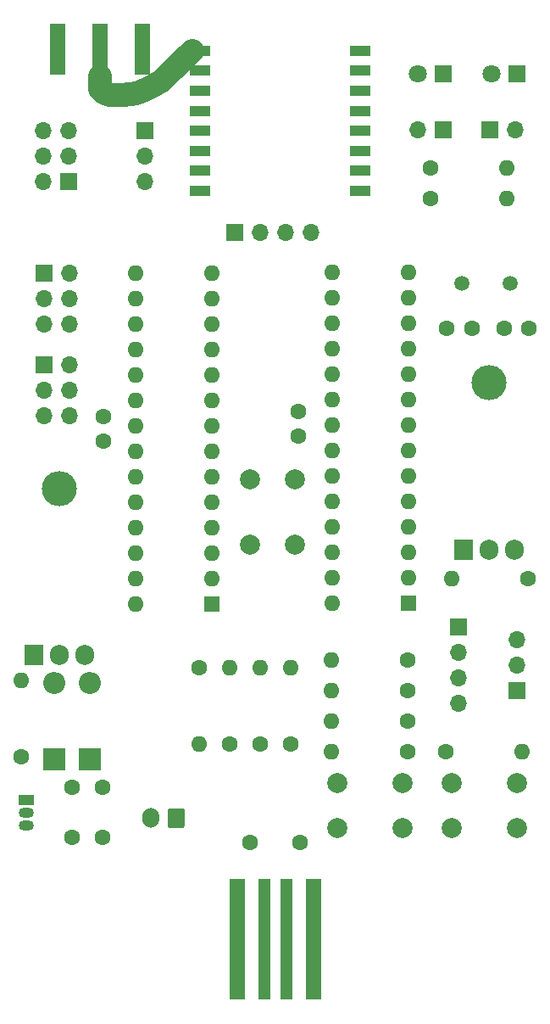
<source format=gbr>
G04 #@! TF.GenerationSoftware,KiCad,Pcbnew,(5.1.7)-1*
G04 #@! TF.CreationDate,2021-01-29T19:27:48+01:00*
G04 #@! TF.ProjectId,powiloc,706f7769-6c6f-4632-9e6b-696361645f70,rev?*
G04 #@! TF.SameCoordinates,Original*
G04 #@! TF.FileFunction,Soldermask,Top*
G04 #@! TF.FilePolarity,Negative*
%FSLAX46Y46*%
G04 Gerber Fmt 4.6, Leading zero omitted, Abs format (unit mm)*
G04 Created by KiCad (PCBNEW (5.1.7)-1) date 2021-01-29 19:27:48*
%MOMM*%
%LPD*%
G01*
G04 APERTURE LIST*
%ADD10C,2.400000*%
%ADD11O,1.700000X1.700000*%
%ADD12R,1.700000X1.700000*%
%ADD13O,1.600000X1.600000*%
%ADD14R,1.600000X1.600000*%
%ADD15C,1.500000*%
%ADD16R,1.500000X5.080000*%
%ADD17O,1.700000X2.000000*%
%ADD18C,2.000000*%
%ADD19C,1.600000*%
%ADD20O,1.905000X2.000000*%
%ADD21R,1.905000X2.000000*%
%ADD22O,3.500000X3.500000*%
%ADD23R,1.270000X12.065000*%
%ADD24R,1.524000X12.100000*%
%ADD25R,2.200000X2.200000*%
%ADD26O,2.200000X2.200000*%
%ADD27R,1.800000X1.800000*%
%ADD28C,1.800000*%
%ADD29O,1.500000X1.050000*%
%ADD30R,1.500000X1.050000*%
%ADD31R,2.000000X1.000000*%
G04 APERTURE END LIST*
D10*
X126476500Y-61468000D02*
X126149000Y-61468000D01*
X126831879Y-61459275D02*
X126476500Y-61468000D01*
X127186402Y-61433124D02*
X126831879Y-61459275D01*
X127539216Y-61389608D02*
X127186402Y-61433124D01*
X127889469Y-61328834D02*
X127539216Y-61389608D01*
X128236318Y-61250946D02*
X127889469Y-61328834D01*
X128578927Y-61156133D02*
X128236318Y-61250946D01*
X128916472Y-61044624D02*
X128578927Y-61156133D01*
X129248138Y-60916686D02*
X128916472Y-61044624D01*
X129573127Y-60772628D02*
X129248138Y-60916686D01*
X129890656Y-60612797D02*
X129573127Y-60772628D01*
X130199961Y-60437578D02*
X129890656Y-60612797D01*
X130500295Y-60247394D02*
X130199961Y-60437578D01*
X130790935Y-60042702D02*
X130500295Y-60247394D01*
X131071182Y-59823995D02*
X130790935Y-60042702D01*
X131340359Y-59591801D02*
X131071182Y-59823995D01*
X131597820Y-59346679D02*
X131340359Y-59591801D01*
X131597820Y-59346679D02*
X133936500Y-57008000D01*
X125498340Y-61355098D02*
X125409896Y-61320981D01*
X125588352Y-61384834D02*
X125498340Y-61355098D01*
X124923751Y-61029597D02*
X124851970Y-60967679D01*
X125409896Y-61320981D02*
X125323232Y-61282566D01*
X125772208Y-61430887D02*
X125679715Y-61410117D01*
X124714000Y-60833000D02*
X124714000Y-59563000D01*
X125865609Y-61447094D02*
X125772208Y-61430887D01*
X125679715Y-61410117D02*
X125588352Y-61384834D01*
X125959692Y-61458698D02*
X125865609Y-61447094D01*
X125323232Y-61282566D02*
X125238558Y-61239944D01*
X126054232Y-61465672D02*
X125959692Y-61458698D01*
X125238558Y-61239944D02*
X125156076Y-61193219D01*
X126149000Y-61468000D02*
X126054232Y-61465672D01*
X124851970Y-60967679D02*
X124783314Y-60902314D01*
X125156076Y-61193219D02*
X125075987Y-61142504D01*
X125075987Y-61142504D02*
X124998483Y-61087919D01*
X124998483Y-61087919D02*
X124923751Y-61029597D01*
X124783314Y-60902314D02*
X124714000Y-60833000D01*
X126476500Y-61468000D02*
X126149000Y-61468000D01*
X126831879Y-61459275D02*
X126476500Y-61468000D01*
X127186402Y-61433124D02*
X126831879Y-61459275D01*
X127539216Y-61389608D02*
X127186402Y-61433124D01*
X127889469Y-61328834D02*
X127539216Y-61389608D01*
X128236318Y-61250946D02*
X127889469Y-61328834D01*
X128578927Y-61156133D02*
X128236318Y-61250946D01*
X128916472Y-61044624D02*
X128578927Y-61156133D01*
X129248138Y-60916686D02*
X128916472Y-61044624D01*
X129573127Y-60772628D02*
X129248138Y-60916686D01*
X129890656Y-60612797D02*
X129573127Y-60772628D01*
X130199961Y-60437578D02*
X129890656Y-60612797D01*
X130500295Y-60247394D02*
X130199961Y-60437578D01*
X130790935Y-60042702D02*
X130500295Y-60247394D01*
X131071182Y-59823995D02*
X130790935Y-60042702D01*
X131340359Y-59591801D02*
X131071182Y-59823995D01*
X131597820Y-59346679D02*
X131340359Y-59591801D01*
X131597820Y-59346679D02*
X133936500Y-57008000D01*
X125498340Y-61355098D02*
X125409896Y-61320981D01*
X125588352Y-61384834D02*
X125498340Y-61355098D01*
X124923751Y-61029597D02*
X124851970Y-60967679D01*
X125409896Y-61320981D02*
X125323232Y-61282566D01*
X125772208Y-61430887D02*
X125679715Y-61410117D01*
X124714000Y-60833000D02*
X124714000Y-59563000D01*
X125865609Y-61447094D02*
X125772208Y-61430887D01*
X125679715Y-61410117D02*
X125588352Y-61384834D01*
X125959692Y-61458698D02*
X125865609Y-61447094D01*
X125323232Y-61282566D02*
X125238558Y-61239944D01*
X126054232Y-61465672D02*
X125959692Y-61458698D01*
X125238558Y-61239944D02*
X125156076Y-61193219D01*
X126149000Y-61468000D02*
X126054232Y-61465672D01*
X124851970Y-60967679D02*
X124783314Y-60902314D01*
X125156076Y-61193219D02*
X125075987Y-61142504D01*
X125075987Y-61142504D02*
X124998483Y-61087919D01*
X124998483Y-61087919D02*
X124923751Y-61029597D01*
X124783314Y-60902314D02*
X124714000Y-60833000D01*
D11*
X121666000Y-93472000D03*
X119126000Y-93472000D03*
X121666000Y-90932000D03*
X119126000Y-90932000D03*
X121666000Y-88392000D03*
D12*
X119126000Y-88392000D03*
D13*
X128270000Y-112268000D03*
X135890000Y-79248000D03*
X128270000Y-109728000D03*
X135890000Y-81788000D03*
X128270000Y-107188000D03*
X135890000Y-84328000D03*
X128270000Y-104648000D03*
X135890000Y-86868000D03*
X128270000Y-102108000D03*
X135890000Y-89408000D03*
X128270000Y-99568000D03*
X135890000Y-91948000D03*
X128270000Y-97028000D03*
X135890000Y-94488000D03*
X128270000Y-94488000D03*
X135890000Y-97028000D03*
X128270000Y-91948000D03*
X135890000Y-99568000D03*
X128270000Y-89408000D03*
X135890000Y-102108000D03*
X128270000Y-86868000D03*
X135890000Y-104648000D03*
X128270000Y-84328000D03*
X135890000Y-107188000D03*
X128270000Y-81788000D03*
X135890000Y-109728000D03*
X128270000Y-79248000D03*
D14*
X135890000Y-112268000D03*
D13*
X147955000Y-112141000D03*
X155575000Y-79121000D03*
X147955000Y-109601000D03*
X155575000Y-81661000D03*
X147955000Y-107061000D03*
X155575000Y-84201000D03*
X147955000Y-104521000D03*
X155575000Y-86741000D03*
X147955000Y-101981000D03*
X155575000Y-89281000D03*
X147955000Y-99441000D03*
X155575000Y-91821000D03*
X147955000Y-96901000D03*
X155575000Y-94361000D03*
X147955000Y-94361000D03*
X155575000Y-96901000D03*
X147955000Y-91821000D03*
X155575000Y-99441000D03*
X147955000Y-89281000D03*
X155575000Y-101981000D03*
X147955000Y-86741000D03*
X155575000Y-104521000D03*
X147955000Y-84201000D03*
X155575000Y-107061000D03*
X147955000Y-81661000D03*
X155575000Y-109601000D03*
X147955000Y-79121000D03*
D14*
X155575000Y-112141000D03*
D15*
X160855000Y-80264000D03*
X165735000Y-80264000D03*
D11*
X166370000Y-115824000D03*
X166370000Y-118364000D03*
D12*
X166370000Y-120904000D03*
D16*
X124714000Y-56896000D03*
X120464000Y-56896000D03*
X128964000Y-56896000D03*
D17*
X129834000Y-133604000D03*
G36*
G01*
X133184000Y-132854000D02*
X133184000Y-134354000D01*
G75*
G02*
X132934000Y-134604000I-250000J0D01*
G01*
X131734000Y-134604000D01*
G75*
G02*
X131484000Y-134354000I0J250000D01*
G01*
X131484000Y-132854000D01*
G75*
G02*
X131734000Y-132604000I250000J0D01*
G01*
X132934000Y-132604000D01*
G75*
G02*
X133184000Y-132854000I0J-250000D01*
G01*
G37*
D18*
X148440000Y-134620000D03*
X148440000Y-130120000D03*
X154940000Y-134620000D03*
X154940000Y-130120000D03*
D13*
X147828000Y-127000000D03*
D19*
X155448000Y-127000000D03*
D12*
X129171700Y-64960500D03*
D11*
X129171700Y-67500500D03*
X129171700Y-70040500D03*
X119049800Y-64960500D03*
X121589800Y-64960500D03*
X119049800Y-67500500D03*
X121589800Y-67500500D03*
X119049800Y-70040500D03*
D12*
X121589800Y-70040500D03*
D11*
X166243000Y-64897000D03*
D12*
X163703000Y-64897000D03*
D20*
X166116000Y-106807000D03*
X163576000Y-106807000D03*
D21*
X161036000Y-106807000D03*
D22*
X163576000Y-90147000D03*
D20*
X123190000Y-117348000D03*
X120650000Y-117348000D03*
D21*
X118110000Y-117348000D03*
D22*
X120650000Y-100688000D03*
D11*
X160528000Y-122174000D03*
X160528000Y-119634000D03*
X160528000Y-117094000D03*
D12*
X160528000Y-114554000D03*
D11*
X145796000Y-75184000D03*
X143256000Y-75184000D03*
X140716000Y-75184000D03*
D12*
X138176000Y-75184000D03*
D23*
X141160500Y-145669000D03*
D24*
X138430000Y-145664200D03*
D23*
X143319500Y-145681700D03*
D24*
X146050000Y-145664200D03*
D19*
X121894600Y-135559800D03*
X121894600Y-130559800D03*
X124968000Y-135556000D03*
X124968000Y-130556000D03*
X144700000Y-136017000D03*
X139700000Y-136017000D03*
X165100000Y-84709000D03*
X167600000Y-84709000D03*
X161885000Y-84709000D03*
X159385000Y-84709000D03*
X125031500Y-93512000D03*
X125031500Y-96012000D03*
X144526000Y-95504000D03*
X144526000Y-93004000D03*
D25*
X120142000Y-127762000D03*
D26*
X120142000Y-120142000D03*
X123698000Y-120142000D03*
D25*
X123698000Y-127762000D03*
D27*
X159004000Y-59309000D03*
D28*
X156464000Y-59309000D03*
X163830000Y-59309000D03*
D27*
X166370000Y-59309000D03*
D11*
X121666000Y-84328000D03*
X119126000Y-84328000D03*
X121666000Y-81788000D03*
X119126000Y-81788000D03*
X121666000Y-79248000D03*
D12*
X119126000Y-79248000D03*
D19*
X116840000Y-127508000D03*
D13*
X116840000Y-119888000D03*
X159893000Y-109728000D03*
D19*
X167513000Y-109728000D03*
X140716000Y-126174500D03*
D13*
X140716000Y-118554500D03*
X143764000Y-118554500D03*
D19*
X143764000Y-126174500D03*
X137668000Y-126174500D03*
D13*
X137668000Y-118554500D03*
X134620000Y-126174500D03*
D19*
X134620000Y-118554500D03*
X155448000Y-117856000D03*
D13*
X147828000Y-117856000D03*
D19*
X159258000Y-127000000D03*
D13*
X166878000Y-127000000D03*
X147828000Y-120904000D03*
D19*
X155448000Y-120904000D03*
X155448000Y-123952000D03*
D13*
X147828000Y-123952000D03*
X165354000Y-68707000D03*
D19*
X157734000Y-68707000D03*
D13*
X165354000Y-71755000D03*
D19*
X157734000Y-71755000D03*
D18*
X144200000Y-106299000D03*
X139700000Y-106299000D03*
X144200000Y-99799000D03*
X139700000Y-99799000D03*
X159870000Y-134620000D03*
X159870000Y-130120000D03*
X166370000Y-134620000D03*
X166370000Y-130120000D03*
D11*
X156464000Y-64897000D03*
D12*
X159004000Y-64897000D03*
D29*
X117348000Y-133032500D03*
X117348000Y-134302500D03*
D30*
X117348000Y-131762500D03*
D31*
X150748000Y-71008000D03*
X150748000Y-69008000D03*
X150748000Y-67008000D03*
X150748000Y-65008000D03*
X150748000Y-63008000D03*
X150748000Y-61008000D03*
X150748000Y-59008000D03*
X150748000Y-57008000D03*
X134748000Y-57008000D03*
X134748000Y-59008000D03*
X134748000Y-61008000D03*
X134748000Y-63008000D03*
X134748000Y-65008000D03*
X134748000Y-67008000D03*
X134748000Y-69008000D03*
X134748000Y-71008000D03*
M02*

</source>
